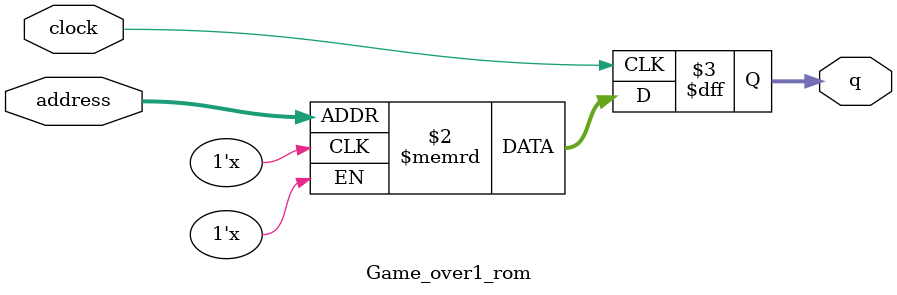
<source format=sv>
module Game_over1_rom (
	input logic clock,
	input logic [11:0] address,
	output logic [3:0] q
);

logic [3:0] memory [0:3071] /* synthesis ram_init_file = "C:/Users/Carl/OneDrive - University of Illinois - Urbana/Documents/final_project/Game_over1.mif" */;

always_ff @ (posedge clock) begin
	q <= memory[address];
end

endmodule

</source>
